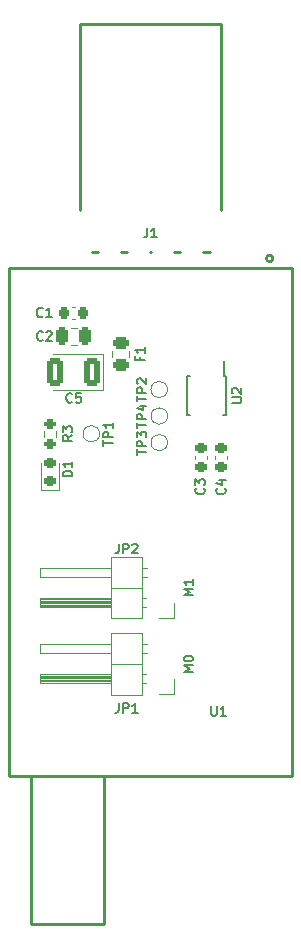
<source format=gto>
%TF.GenerationSoftware,KiCad,Pcbnew,7.0.10*%
%TF.CreationDate,2024-03-08T01:09:18+05:30*%
%TF.ProjectId,ADAPTER PCB,41444150-5445-4522-9050-43422e6b6963,rev?*%
%TF.SameCoordinates,Original*%
%TF.FileFunction,Legend,Top*%
%TF.FilePolarity,Positive*%
%FSLAX46Y46*%
G04 Gerber Fmt 4.6, Leading zero omitted, Abs format (unit mm)*
G04 Created by KiCad (PCBNEW 7.0.10) date 2024-03-08 01:09:18*
%MOMM*%
%LPD*%
G01*
G04 APERTURE LIST*
G04 Aperture macros list*
%AMRoundRect*
0 Rectangle with rounded corners*
0 $1 Rounding radius*
0 $2 $3 $4 $5 $6 $7 $8 $9 X,Y pos of 4 corners*
0 Add a 4 corners polygon primitive as box body*
4,1,4,$2,$3,$4,$5,$6,$7,$8,$9,$2,$3,0*
0 Add four circle primitives for the rounded corners*
1,1,$1+$1,$2,$3*
1,1,$1+$1,$4,$5*
1,1,$1+$1,$6,$7*
1,1,$1+$1,$8,$9*
0 Add four rect primitives between the rounded corners*
20,1,$1+$1,$2,$3,$4,$5,0*
20,1,$1+$1,$4,$5,$6,$7,0*
20,1,$1+$1,$6,$7,$8,$9,0*
20,1,$1+$1,$8,$9,$2,$3,0*%
G04 Aperture macros list end*
%ADD10C,0.150000*%
%ADD11C,0.120000*%
%ADD12C,0.254000*%
%ADD13C,1.000000*%
%ADD14O,1.500000X2.000000*%
%ADD15R,1.500000X2.000000*%
%ADD16C,1.100000*%
%ADD17C,1.600000*%
%ADD18O,2.000000X3.300000*%
%ADD19R,0.300000X1.400000*%
%ADD20RoundRect,0.200000X-0.275000X0.200000X-0.275000X-0.200000X0.275000X-0.200000X0.275000X0.200000X0*%
%ADD21R,1.700000X1.700000*%
%ADD22O,1.700000X1.700000*%
%ADD23RoundRect,0.243750X-0.456250X0.243750X-0.456250X-0.243750X0.456250X-0.243750X0.456250X0.243750X0*%
%ADD24RoundRect,0.218750X0.256250X-0.218750X0.256250X0.218750X-0.256250X0.218750X-0.256250X-0.218750X0*%
%ADD25RoundRect,0.250000X0.412500X0.925000X-0.412500X0.925000X-0.412500X-0.925000X0.412500X-0.925000X0*%
%ADD26RoundRect,0.225000X-0.250000X0.225000X-0.250000X-0.225000X0.250000X-0.225000X0.250000X0.225000X0*%
%ADD27RoundRect,0.250000X0.250000X0.475000X-0.250000X0.475000X-0.250000X-0.475000X0.250000X-0.475000X0*%
%ADD28RoundRect,0.225000X0.225000X0.250000X-0.225000X0.250000X-0.225000X-0.250000X0.225000X-0.250000X0*%
G04 APERTURE END LIST*
D10*
X123864295Y-95259523D02*
X123864295Y-94802380D01*
X124664295Y-95030952D02*
X123864295Y-95030952D01*
X124664295Y-94535713D02*
X123864295Y-94535713D01*
X123864295Y-94535713D02*
X123864295Y-94230951D01*
X123864295Y-94230951D02*
X123902390Y-94154761D01*
X123902390Y-94154761D02*
X123940485Y-94116666D01*
X123940485Y-94116666D02*
X124016676Y-94078570D01*
X124016676Y-94078570D02*
X124130961Y-94078570D01*
X124130961Y-94078570D02*
X124207152Y-94116666D01*
X124207152Y-94116666D02*
X124245247Y-94154761D01*
X124245247Y-94154761D02*
X124283342Y-94230951D01*
X124283342Y-94230951D02*
X124283342Y-94535713D01*
X124130961Y-93392856D02*
X124664295Y-93392856D01*
X123826200Y-93583332D02*
X124397628Y-93773809D01*
X124397628Y-93773809D02*
X124397628Y-93278570D01*
X123864295Y-97509523D02*
X123864295Y-97052380D01*
X124664295Y-97280952D02*
X123864295Y-97280952D01*
X124664295Y-96785713D02*
X123864295Y-96785713D01*
X123864295Y-96785713D02*
X123864295Y-96480951D01*
X123864295Y-96480951D02*
X123902390Y-96404761D01*
X123902390Y-96404761D02*
X123940485Y-96366666D01*
X123940485Y-96366666D02*
X124016676Y-96328570D01*
X124016676Y-96328570D02*
X124130961Y-96328570D01*
X124130961Y-96328570D02*
X124207152Y-96366666D01*
X124207152Y-96366666D02*
X124245247Y-96404761D01*
X124245247Y-96404761D02*
X124283342Y-96480951D01*
X124283342Y-96480951D02*
X124283342Y-96785713D01*
X123864295Y-96061904D02*
X123864295Y-95566666D01*
X123864295Y-95566666D02*
X124169057Y-95833332D01*
X124169057Y-95833332D02*
X124169057Y-95719047D01*
X124169057Y-95719047D02*
X124207152Y-95642856D01*
X124207152Y-95642856D02*
X124245247Y-95604761D01*
X124245247Y-95604761D02*
X124321438Y-95566666D01*
X124321438Y-95566666D02*
X124511914Y-95566666D01*
X124511914Y-95566666D02*
X124588104Y-95604761D01*
X124588104Y-95604761D02*
X124626200Y-95642856D01*
X124626200Y-95642856D02*
X124664295Y-95719047D01*
X124664295Y-95719047D02*
X124664295Y-95947618D01*
X124664295Y-95947618D02*
X124626200Y-96023809D01*
X124626200Y-96023809D02*
X124588104Y-96061904D01*
X123864295Y-93009523D02*
X123864295Y-92552380D01*
X124664295Y-92780952D02*
X123864295Y-92780952D01*
X124664295Y-92285713D02*
X123864295Y-92285713D01*
X123864295Y-92285713D02*
X123864295Y-91980951D01*
X123864295Y-91980951D02*
X123902390Y-91904761D01*
X123902390Y-91904761D02*
X123940485Y-91866666D01*
X123940485Y-91866666D02*
X124016676Y-91828570D01*
X124016676Y-91828570D02*
X124130961Y-91828570D01*
X124130961Y-91828570D02*
X124207152Y-91866666D01*
X124207152Y-91866666D02*
X124245247Y-91904761D01*
X124245247Y-91904761D02*
X124283342Y-91980951D01*
X124283342Y-91980951D02*
X124283342Y-92285713D01*
X123940485Y-91523809D02*
X123902390Y-91485713D01*
X123902390Y-91485713D02*
X123864295Y-91409523D01*
X123864295Y-91409523D02*
X123864295Y-91219047D01*
X123864295Y-91219047D02*
X123902390Y-91142856D01*
X123902390Y-91142856D02*
X123940485Y-91104761D01*
X123940485Y-91104761D02*
X124016676Y-91066666D01*
X124016676Y-91066666D02*
X124092866Y-91066666D01*
X124092866Y-91066666D02*
X124207152Y-91104761D01*
X124207152Y-91104761D02*
X124664295Y-91561904D01*
X124664295Y-91561904D02*
X124664295Y-91066666D01*
X130140476Y-118812295D02*
X130140476Y-119459914D01*
X130140476Y-119459914D02*
X130178571Y-119536104D01*
X130178571Y-119536104D02*
X130216666Y-119574200D01*
X130216666Y-119574200D02*
X130292857Y-119612295D01*
X130292857Y-119612295D02*
X130445238Y-119612295D01*
X130445238Y-119612295D02*
X130521428Y-119574200D01*
X130521428Y-119574200D02*
X130559523Y-119536104D01*
X130559523Y-119536104D02*
X130597619Y-119459914D01*
X130597619Y-119459914D02*
X130597619Y-118812295D01*
X131397618Y-119612295D02*
X130940475Y-119612295D01*
X131169047Y-119612295D02*
X131169047Y-118812295D01*
X131169047Y-118812295D02*
X131092856Y-118926580D01*
X131092856Y-118926580D02*
X131016666Y-119002771D01*
X131016666Y-119002771D02*
X130940475Y-119040866D01*
X124733333Y-78312295D02*
X124733333Y-78883723D01*
X124733333Y-78883723D02*
X124695238Y-78998009D01*
X124695238Y-78998009D02*
X124619047Y-79074200D01*
X124619047Y-79074200D02*
X124504762Y-79112295D01*
X124504762Y-79112295D02*
X124428571Y-79112295D01*
X125533333Y-79112295D02*
X125076190Y-79112295D01*
X125304762Y-79112295D02*
X125304762Y-78312295D01*
X125304762Y-78312295D02*
X125228571Y-78426580D01*
X125228571Y-78426580D02*
X125152381Y-78502771D01*
X125152381Y-78502771D02*
X125076190Y-78540866D01*
X131912295Y-93109523D02*
X132559914Y-93109523D01*
X132559914Y-93109523D02*
X132636104Y-93071428D01*
X132636104Y-93071428D02*
X132674200Y-93033333D01*
X132674200Y-93033333D02*
X132712295Y-92957142D01*
X132712295Y-92957142D02*
X132712295Y-92804761D01*
X132712295Y-92804761D02*
X132674200Y-92728571D01*
X132674200Y-92728571D02*
X132636104Y-92690476D01*
X132636104Y-92690476D02*
X132559914Y-92652380D01*
X132559914Y-92652380D02*
X131912295Y-92652380D01*
X131988485Y-92309524D02*
X131950390Y-92271428D01*
X131950390Y-92271428D02*
X131912295Y-92195238D01*
X131912295Y-92195238D02*
X131912295Y-92004762D01*
X131912295Y-92004762D02*
X131950390Y-91928571D01*
X131950390Y-91928571D02*
X131988485Y-91890476D01*
X131988485Y-91890476D02*
X132064676Y-91852381D01*
X132064676Y-91852381D02*
X132140866Y-91852381D01*
X132140866Y-91852381D02*
X132255152Y-91890476D01*
X132255152Y-91890476D02*
X132712295Y-92347619D01*
X132712295Y-92347619D02*
X132712295Y-91852381D01*
X121010295Y-96759523D02*
X121010295Y-96302380D01*
X121810295Y-96530952D02*
X121010295Y-96530952D01*
X121810295Y-96035713D02*
X121010295Y-96035713D01*
X121010295Y-96035713D02*
X121010295Y-95730951D01*
X121010295Y-95730951D02*
X121048390Y-95654761D01*
X121048390Y-95654761D02*
X121086485Y-95616666D01*
X121086485Y-95616666D02*
X121162676Y-95578570D01*
X121162676Y-95578570D02*
X121276961Y-95578570D01*
X121276961Y-95578570D02*
X121353152Y-95616666D01*
X121353152Y-95616666D02*
X121391247Y-95654761D01*
X121391247Y-95654761D02*
X121429342Y-95730951D01*
X121429342Y-95730951D02*
X121429342Y-96035713D01*
X121810295Y-94816666D02*
X121810295Y-95273809D01*
X121810295Y-95045237D02*
X121010295Y-95045237D01*
X121010295Y-95045237D02*
X121124580Y-95121428D01*
X121124580Y-95121428D02*
X121200771Y-95197618D01*
X121200771Y-95197618D02*
X121238866Y-95273809D01*
X118362295Y-95883332D02*
X117981342Y-96149999D01*
X118362295Y-96340475D02*
X117562295Y-96340475D01*
X117562295Y-96340475D02*
X117562295Y-96035713D01*
X117562295Y-96035713D02*
X117600390Y-95959523D01*
X117600390Y-95959523D02*
X117638485Y-95921428D01*
X117638485Y-95921428D02*
X117714676Y-95883332D01*
X117714676Y-95883332D02*
X117828961Y-95883332D01*
X117828961Y-95883332D02*
X117905152Y-95921428D01*
X117905152Y-95921428D02*
X117943247Y-95959523D01*
X117943247Y-95959523D02*
X117981342Y-96035713D01*
X117981342Y-96035713D02*
X117981342Y-96340475D01*
X117562295Y-95616666D02*
X117562295Y-95121428D01*
X117562295Y-95121428D02*
X117867057Y-95388094D01*
X117867057Y-95388094D02*
X117867057Y-95273809D01*
X117867057Y-95273809D02*
X117905152Y-95197618D01*
X117905152Y-95197618D02*
X117943247Y-95159523D01*
X117943247Y-95159523D02*
X118019438Y-95121428D01*
X118019438Y-95121428D02*
X118209914Y-95121428D01*
X118209914Y-95121428D02*
X118286104Y-95159523D01*
X118286104Y-95159523D02*
X118324200Y-95197618D01*
X118324200Y-95197618D02*
X118362295Y-95273809D01*
X118362295Y-95273809D02*
X118362295Y-95502380D01*
X118362295Y-95502380D02*
X118324200Y-95578571D01*
X118324200Y-95578571D02*
X118286104Y-95616666D01*
X122333333Y-105062295D02*
X122333333Y-105633723D01*
X122333333Y-105633723D02*
X122295238Y-105748009D01*
X122295238Y-105748009D02*
X122219047Y-105824200D01*
X122219047Y-105824200D02*
X122104762Y-105862295D01*
X122104762Y-105862295D02*
X122028571Y-105862295D01*
X122714286Y-105862295D02*
X122714286Y-105062295D01*
X122714286Y-105062295D02*
X123019048Y-105062295D01*
X123019048Y-105062295D02*
X123095238Y-105100390D01*
X123095238Y-105100390D02*
X123133333Y-105138485D01*
X123133333Y-105138485D02*
X123171429Y-105214676D01*
X123171429Y-105214676D02*
X123171429Y-105328961D01*
X123171429Y-105328961D02*
X123133333Y-105405152D01*
X123133333Y-105405152D02*
X123095238Y-105443247D01*
X123095238Y-105443247D02*
X123019048Y-105481342D01*
X123019048Y-105481342D02*
X122714286Y-105481342D01*
X123476190Y-105138485D02*
X123514286Y-105100390D01*
X123514286Y-105100390D02*
X123590476Y-105062295D01*
X123590476Y-105062295D02*
X123780952Y-105062295D01*
X123780952Y-105062295D02*
X123857143Y-105100390D01*
X123857143Y-105100390D02*
X123895238Y-105138485D01*
X123895238Y-105138485D02*
X123933333Y-105214676D01*
X123933333Y-105214676D02*
X123933333Y-105290866D01*
X123933333Y-105290866D02*
X123895238Y-105405152D01*
X123895238Y-105405152D02*
X123438095Y-105862295D01*
X123438095Y-105862295D02*
X123933333Y-105862295D01*
X128612295Y-109397618D02*
X127812295Y-109397618D01*
X127812295Y-109397618D02*
X128383723Y-109130952D01*
X128383723Y-109130952D02*
X127812295Y-108864285D01*
X127812295Y-108864285D02*
X128612295Y-108864285D01*
X128612295Y-108064285D02*
X128612295Y-108521428D01*
X128612295Y-108292856D02*
X127812295Y-108292856D01*
X127812295Y-108292856D02*
X127926580Y-108369047D01*
X127926580Y-108369047D02*
X128002771Y-108445237D01*
X128002771Y-108445237D02*
X128040866Y-108521428D01*
X122333333Y-118562295D02*
X122333333Y-119133723D01*
X122333333Y-119133723D02*
X122295238Y-119248009D01*
X122295238Y-119248009D02*
X122219047Y-119324200D01*
X122219047Y-119324200D02*
X122104762Y-119362295D01*
X122104762Y-119362295D02*
X122028571Y-119362295D01*
X122714286Y-119362295D02*
X122714286Y-118562295D01*
X122714286Y-118562295D02*
X123019048Y-118562295D01*
X123019048Y-118562295D02*
X123095238Y-118600390D01*
X123095238Y-118600390D02*
X123133333Y-118638485D01*
X123133333Y-118638485D02*
X123171429Y-118714676D01*
X123171429Y-118714676D02*
X123171429Y-118828961D01*
X123171429Y-118828961D02*
X123133333Y-118905152D01*
X123133333Y-118905152D02*
X123095238Y-118943247D01*
X123095238Y-118943247D02*
X123019048Y-118981342D01*
X123019048Y-118981342D02*
X122714286Y-118981342D01*
X123933333Y-119362295D02*
X123476190Y-119362295D01*
X123704762Y-119362295D02*
X123704762Y-118562295D01*
X123704762Y-118562295D02*
X123628571Y-118676580D01*
X123628571Y-118676580D02*
X123552381Y-118752771D01*
X123552381Y-118752771D02*
X123476190Y-118790866D01*
X128612295Y-115897618D02*
X127812295Y-115897618D01*
X127812295Y-115897618D02*
X128383723Y-115630952D01*
X128383723Y-115630952D02*
X127812295Y-115364285D01*
X127812295Y-115364285D02*
X128612295Y-115364285D01*
X127812295Y-114830951D02*
X127812295Y-114754761D01*
X127812295Y-114754761D02*
X127850390Y-114678570D01*
X127850390Y-114678570D02*
X127888485Y-114640475D01*
X127888485Y-114640475D02*
X127964676Y-114602380D01*
X127964676Y-114602380D02*
X128117057Y-114564285D01*
X128117057Y-114564285D02*
X128307533Y-114564285D01*
X128307533Y-114564285D02*
X128459914Y-114602380D01*
X128459914Y-114602380D02*
X128536104Y-114640475D01*
X128536104Y-114640475D02*
X128574200Y-114678570D01*
X128574200Y-114678570D02*
X128612295Y-114754761D01*
X128612295Y-114754761D02*
X128612295Y-114830951D01*
X128612295Y-114830951D02*
X128574200Y-114907142D01*
X128574200Y-114907142D02*
X128536104Y-114945237D01*
X128536104Y-114945237D02*
X128459914Y-114983332D01*
X128459914Y-114983332D02*
X128307533Y-115021428D01*
X128307533Y-115021428D02*
X128117057Y-115021428D01*
X128117057Y-115021428D02*
X127964676Y-114983332D01*
X127964676Y-114983332D02*
X127888485Y-114945237D01*
X127888485Y-114945237D02*
X127850390Y-114907142D01*
X127850390Y-114907142D02*
X127812295Y-114830951D01*
X124093247Y-89266666D02*
X124093247Y-89533332D01*
X124512295Y-89533332D02*
X123712295Y-89533332D01*
X123712295Y-89533332D02*
X123712295Y-89152380D01*
X124512295Y-88428571D02*
X124512295Y-88885714D01*
X124512295Y-88657142D02*
X123712295Y-88657142D01*
X123712295Y-88657142D02*
X123826580Y-88733333D01*
X123826580Y-88733333D02*
X123902771Y-88809523D01*
X123902771Y-88809523D02*
X123940866Y-88885714D01*
X118362295Y-99340475D02*
X117562295Y-99340475D01*
X117562295Y-99340475D02*
X117562295Y-99149999D01*
X117562295Y-99149999D02*
X117600390Y-99035713D01*
X117600390Y-99035713D02*
X117676580Y-98959523D01*
X117676580Y-98959523D02*
X117752771Y-98921428D01*
X117752771Y-98921428D02*
X117905152Y-98883332D01*
X117905152Y-98883332D02*
X118019438Y-98883332D01*
X118019438Y-98883332D02*
X118171819Y-98921428D01*
X118171819Y-98921428D02*
X118248009Y-98959523D01*
X118248009Y-98959523D02*
X118324200Y-99035713D01*
X118324200Y-99035713D02*
X118362295Y-99149999D01*
X118362295Y-99149999D02*
X118362295Y-99340475D01*
X118362295Y-98121428D02*
X118362295Y-98578571D01*
X118362295Y-98349999D02*
X117562295Y-98349999D01*
X117562295Y-98349999D02*
X117676580Y-98426190D01*
X117676580Y-98426190D02*
X117752771Y-98502380D01*
X117752771Y-98502380D02*
X117790866Y-98578571D01*
X118366667Y-93036104D02*
X118328571Y-93074200D01*
X118328571Y-93074200D02*
X118214286Y-93112295D01*
X118214286Y-93112295D02*
X118138095Y-93112295D01*
X118138095Y-93112295D02*
X118023809Y-93074200D01*
X118023809Y-93074200D02*
X117947619Y-92998009D01*
X117947619Y-92998009D02*
X117909524Y-92921819D01*
X117909524Y-92921819D02*
X117871428Y-92769438D01*
X117871428Y-92769438D02*
X117871428Y-92655152D01*
X117871428Y-92655152D02*
X117909524Y-92502771D01*
X117909524Y-92502771D02*
X117947619Y-92426580D01*
X117947619Y-92426580D02*
X118023809Y-92350390D01*
X118023809Y-92350390D02*
X118138095Y-92312295D01*
X118138095Y-92312295D02*
X118214286Y-92312295D01*
X118214286Y-92312295D02*
X118328571Y-92350390D01*
X118328571Y-92350390D02*
X118366667Y-92388485D01*
X119090476Y-92312295D02*
X118709524Y-92312295D01*
X118709524Y-92312295D02*
X118671428Y-92693247D01*
X118671428Y-92693247D02*
X118709524Y-92655152D01*
X118709524Y-92655152D02*
X118785714Y-92617057D01*
X118785714Y-92617057D02*
X118976190Y-92617057D01*
X118976190Y-92617057D02*
X119052381Y-92655152D01*
X119052381Y-92655152D02*
X119090476Y-92693247D01*
X119090476Y-92693247D02*
X119128571Y-92769438D01*
X119128571Y-92769438D02*
X119128571Y-92959914D01*
X119128571Y-92959914D02*
X119090476Y-93036104D01*
X119090476Y-93036104D02*
X119052381Y-93074200D01*
X119052381Y-93074200D02*
X118976190Y-93112295D01*
X118976190Y-93112295D02*
X118785714Y-93112295D01*
X118785714Y-93112295D02*
X118709524Y-93074200D01*
X118709524Y-93074200D02*
X118671428Y-93036104D01*
X131286104Y-100383332D02*
X131324200Y-100421428D01*
X131324200Y-100421428D02*
X131362295Y-100535713D01*
X131362295Y-100535713D02*
X131362295Y-100611904D01*
X131362295Y-100611904D02*
X131324200Y-100726190D01*
X131324200Y-100726190D02*
X131248009Y-100802380D01*
X131248009Y-100802380D02*
X131171819Y-100840475D01*
X131171819Y-100840475D02*
X131019438Y-100878571D01*
X131019438Y-100878571D02*
X130905152Y-100878571D01*
X130905152Y-100878571D02*
X130752771Y-100840475D01*
X130752771Y-100840475D02*
X130676580Y-100802380D01*
X130676580Y-100802380D02*
X130600390Y-100726190D01*
X130600390Y-100726190D02*
X130562295Y-100611904D01*
X130562295Y-100611904D02*
X130562295Y-100535713D01*
X130562295Y-100535713D02*
X130600390Y-100421428D01*
X130600390Y-100421428D02*
X130638485Y-100383332D01*
X130828961Y-99697618D02*
X131362295Y-99697618D01*
X130524200Y-99888094D02*
X131095628Y-100078571D01*
X131095628Y-100078571D02*
X131095628Y-99583332D01*
X129536104Y-100383332D02*
X129574200Y-100421428D01*
X129574200Y-100421428D02*
X129612295Y-100535713D01*
X129612295Y-100535713D02*
X129612295Y-100611904D01*
X129612295Y-100611904D02*
X129574200Y-100726190D01*
X129574200Y-100726190D02*
X129498009Y-100802380D01*
X129498009Y-100802380D02*
X129421819Y-100840475D01*
X129421819Y-100840475D02*
X129269438Y-100878571D01*
X129269438Y-100878571D02*
X129155152Y-100878571D01*
X129155152Y-100878571D02*
X129002771Y-100840475D01*
X129002771Y-100840475D02*
X128926580Y-100802380D01*
X128926580Y-100802380D02*
X128850390Y-100726190D01*
X128850390Y-100726190D02*
X128812295Y-100611904D01*
X128812295Y-100611904D02*
X128812295Y-100535713D01*
X128812295Y-100535713D02*
X128850390Y-100421428D01*
X128850390Y-100421428D02*
X128888485Y-100383332D01*
X128812295Y-100116666D02*
X128812295Y-99621428D01*
X128812295Y-99621428D02*
X129117057Y-99888094D01*
X129117057Y-99888094D02*
X129117057Y-99773809D01*
X129117057Y-99773809D02*
X129155152Y-99697618D01*
X129155152Y-99697618D02*
X129193247Y-99659523D01*
X129193247Y-99659523D02*
X129269438Y-99621428D01*
X129269438Y-99621428D02*
X129459914Y-99621428D01*
X129459914Y-99621428D02*
X129536104Y-99659523D01*
X129536104Y-99659523D02*
X129574200Y-99697618D01*
X129574200Y-99697618D02*
X129612295Y-99773809D01*
X129612295Y-99773809D02*
X129612295Y-100002380D01*
X129612295Y-100002380D02*
X129574200Y-100078571D01*
X129574200Y-100078571D02*
X129536104Y-100116666D01*
X115866667Y-87786104D02*
X115828571Y-87824200D01*
X115828571Y-87824200D02*
X115714286Y-87862295D01*
X115714286Y-87862295D02*
X115638095Y-87862295D01*
X115638095Y-87862295D02*
X115523809Y-87824200D01*
X115523809Y-87824200D02*
X115447619Y-87748009D01*
X115447619Y-87748009D02*
X115409524Y-87671819D01*
X115409524Y-87671819D02*
X115371428Y-87519438D01*
X115371428Y-87519438D02*
X115371428Y-87405152D01*
X115371428Y-87405152D02*
X115409524Y-87252771D01*
X115409524Y-87252771D02*
X115447619Y-87176580D01*
X115447619Y-87176580D02*
X115523809Y-87100390D01*
X115523809Y-87100390D02*
X115638095Y-87062295D01*
X115638095Y-87062295D02*
X115714286Y-87062295D01*
X115714286Y-87062295D02*
X115828571Y-87100390D01*
X115828571Y-87100390D02*
X115866667Y-87138485D01*
X116171428Y-87138485D02*
X116209524Y-87100390D01*
X116209524Y-87100390D02*
X116285714Y-87062295D01*
X116285714Y-87062295D02*
X116476190Y-87062295D01*
X116476190Y-87062295D02*
X116552381Y-87100390D01*
X116552381Y-87100390D02*
X116590476Y-87138485D01*
X116590476Y-87138485D02*
X116628571Y-87214676D01*
X116628571Y-87214676D02*
X116628571Y-87290866D01*
X116628571Y-87290866D02*
X116590476Y-87405152D01*
X116590476Y-87405152D02*
X116133333Y-87862295D01*
X116133333Y-87862295D02*
X116628571Y-87862295D01*
X115866667Y-85786104D02*
X115828571Y-85824200D01*
X115828571Y-85824200D02*
X115714286Y-85862295D01*
X115714286Y-85862295D02*
X115638095Y-85862295D01*
X115638095Y-85862295D02*
X115523809Y-85824200D01*
X115523809Y-85824200D02*
X115447619Y-85748009D01*
X115447619Y-85748009D02*
X115409524Y-85671819D01*
X115409524Y-85671819D02*
X115371428Y-85519438D01*
X115371428Y-85519438D02*
X115371428Y-85405152D01*
X115371428Y-85405152D02*
X115409524Y-85252771D01*
X115409524Y-85252771D02*
X115447619Y-85176580D01*
X115447619Y-85176580D02*
X115523809Y-85100390D01*
X115523809Y-85100390D02*
X115638095Y-85062295D01*
X115638095Y-85062295D02*
X115714286Y-85062295D01*
X115714286Y-85062295D02*
X115828571Y-85100390D01*
X115828571Y-85100390D02*
X115866667Y-85138485D01*
X116628571Y-85862295D02*
X116171428Y-85862295D01*
X116400000Y-85862295D02*
X116400000Y-85062295D01*
X116400000Y-85062295D02*
X116323809Y-85176580D01*
X116323809Y-85176580D02*
X116247619Y-85252771D01*
X116247619Y-85252771D02*
X116171428Y-85290866D01*
D11*
%TO.C,TP4*%
X126450000Y-94250000D02*
G75*
G03*
X125050000Y-94250000I-700000J0D01*
G01*
X125050000Y-94250000D02*
G75*
G03*
X126450000Y-94250000I700000J0D01*
G01*
%TO.C,TP3*%
X126450000Y-96500000D02*
G75*
G03*
X125050000Y-96500000I-700000J0D01*
G01*
X125050000Y-96500000D02*
G75*
G03*
X126450000Y-96500000I700000J0D01*
G01*
%TO.C,TP2*%
X126450000Y-92000000D02*
G75*
G03*
X125050000Y-92000000I-700000J0D01*
G01*
X125050000Y-92000000D02*
G75*
G03*
X126450000Y-92000000I700000J0D01*
G01*
D12*
%TO.C,U1*%
X113000000Y-81750000D02*
X137000000Y-81750000D01*
X113000000Y-124750000D02*
X113000000Y-81750000D01*
X114900000Y-124750000D02*
X113000000Y-124750000D01*
X114900000Y-137250000D02*
X114900000Y-124750000D01*
X121100000Y-124750000D02*
X114900000Y-124750000D01*
X121100000Y-124750000D02*
X121100000Y-137250000D01*
X121100000Y-137250000D02*
X114900000Y-137250000D01*
X137000000Y-81750000D02*
X137000000Y-124750000D01*
X137000000Y-124750000D02*
X121100000Y-124750000D01*
X135373000Y-80900000D02*
G75*
G03*
X134807000Y-80900000I-283000J0D01*
G01*
X134807000Y-80900000D02*
G75*
G03*
X135373000Y-80900000I283000J0D01*
G01*
%TO.C,J1*%
X130969000Y-61081000D02*
X130969000Y-76829000D01*
X130088000Y-80401000D02*
X129470000Y-80401000D01*
X127530000Y-80401000D02*
X126970000Y-80401000D01*
X125030000Y-80401000D02*
X124970000Y-80401000D01*
X123030000Y-80401000D02*
X122470000Y-80401000D01*
X120530000Y-80401000D02*
X120055000Y-80401000D01*
X119031000Y-76829000D02*
X119031000Y-61081000D01*
X119031000Y-61081000D02*
X130969000Y-61081000D01*
D10*
%TO.C,U2*%
X131425000Y-94175000D02*
X131125000Y-94175000D01*
X128075000Y-90825000D02*
X128375000Y-90825000D01*
X128075000Y-90825000D02*
X128075000Y-94175000D01*
X128075000Y-94175000D02*
X128375000Y-94175000D01*
X131200000Y-90825000D02*
X131200000Y-89600000D01*
X131425000Y-90825000D02*
X131425000Y-94175000D01*
X131425000Y-90825000D02*
X131200000Y-90825000D01*
D11*
%TO.C,TP1*%
X120700000Y-95750000D02*
G75*
G03*
X119300000Y-95750000I-700000J0D01*
G01*
X119300000Y-95750000D02*
G75*
G03*
X120700000Y-95750000I700000J0D01*
G01*
%TO.C,R3*%
X115977500Y-95512742D02*
X115977500Y-95987258D01*
X117022500Y-95512742D02*
X117022500Y-95987258D01*
%TO.C,JP2*%
X121650000Y-109880000D02*
X115650000Y-109880000D01*
X115650000Y-107120000D02*
X121650000Y-107120000D01*
X127020000Y-111310000D02*
X125750000Y-111310000D01*
X121650000Y-110120000D02*
X115650000Y-110120000D01*
X121650000Y-110420000D02*
X115650000Y-110420000D01*
X115650000Y-109660000D02*
X121650000Y-109660000D01*
X121650000Y-111370000D02*
X124310000Y-111370000D01*
X124310000Y-111370000D02*
X124310000Y-106170000D01*
X121650000Y-110240000D02*
X115650000Y-110240000D01*
X115650000Y-110420000D02*
X115650000Y-109660000D01*
X121650000Y-109760000D02*
X115650000Y-109760000D01*
X121650000Y-110360000D02*
X115650000Y-110360000D01*
X127020000Y-110040000D02*
X127020000Y-111310000D01*
X124310000Y-108770000D02*
X121650000Y-108770000D01*
X121650000Y-110000000D02*
X115650000Y-110000000D01*
X124310000Y-106170000D02*
X121650000Y-106170000D01*
X124640000Y-109660000D02*
X124310000Y-109660000D01*
X121650000Y-106170000D02*
X121650000Y-111370000D01*
X121650000Y-107880000D02*
X115650000Y-107880000D01*
X124707071Y-107120000D02*
X124310000Y-107120000D01*
X124640000Y-110420000D02*
X124310000Y-110420000D01*
X115650000Y-107880000D02*
X115650000Y-107120000D01*
X124707071Y-107880000D02*
X124310000Y-107880000D01*
%TO.C,JP1*%
X121650000Y-116340000D02*
X115650000Y-116340000D01*
X115650000Y-113580000D02*
X121650000Y-113580000D01*
X127020000Y-117770000D02*
X125750000Y-117770000D01*
X121650000Y-116580000D02*
X115650000Y-116580000D01*
X121650000Y-116880000D02*
X115650000Y-116880000D01*
X115650000Y-116120000D02*
X121650000Y-116120000D01*
X121650000Y-117830000D02*
X124310000Y-117830000D01*
X124310000Y-117830000D02*
X124310000Y-112630000D01*
X121650000Y-116700000D02*
X115650000Y-116700000D01*
X115650000Y-116880000D02*
X115650000Y-116120000D01*
X121650000Y-116220000D02*
X115650000Y-116220000D01*
X121650000Y-116820000D02*
X115650000Y-116820000D01*
X127020000Y-116500000D02*
X127020000Y-117770000D01*
X124310000Y-115230000D02*
X121650000Y-115230000D01*
X121650000Y-116460000D02*
X115650000Y-116460000D01*
X124310000Y-112630000D02*
X121650000Y-112630000D01*
X124640000Y-116120000D02*
X124310000Y-116120000D01*
X121650000Y-112630000D02*
X121650000Y-117830000D01*
X121650000Y-114340000D02*
X115650000Y-114340000D01*
X124707071Y-113580000D02*
X124310000Y-113580000D01*
X124640000Y-116880000D02*
X124310000Y-116880000D01*
X115650000Y-114340000D02*
X115650000Y-113580000D01*
X124707071Y-114340000D02*
X124310000Y-114340000D01*
%TO.C,F1*%
X123210000Y-88741422D02*
X123210000Y-89258578D01*
X121790000Y-88741422D02*
X121790000Y-89258578D01*
%TO.C,D1*%
X117235000Y-100485000D02*
X117235000Y-98200000D01*
X115765000Y-100485000D02*
X117235000Y-100485000D01*
X115765000Y-98200000D02*
X115765000Y-100485000D01*
%TO.C,C5*%
X120960000Y-92010000D02*
X120960000Y-88990000D01*
X116750000Y-92010000D02*
X120960000Y-92010000D01*
X120960000Y-88990000D02*
X116750000Y-88990000D01*
%TO.C,C4*%
X130490000Y-97609420D02*
X130490000Y-97890580D01*
X131510000Y-97609420D02*
X131510000Y-97890580D01*
%TO.C,C3*%
X128740000Y-97609420D02*
X128740000Y-97890580D01*
X129760000Y-97609420D02*
X129760000Y-97890580D01*
%TO.C,C2*%
X118761252Y-86765000D02*
X118238748Y-86765000D01*
X118761252Y-88235000D02*
X118238748Y-88235000D01*
%TO.C,C1*%
X118640580Y-84990000D02*
X118359420Y-84990000D01*
X118640580Y-86010000D02*
X118359420Y-86010000D01*
%TD*%
%LPC*%
D13*
%TO.C,TP4*%
X125750000Y-94250000D03*
%TD*%
%TO.C,TP3*%
X125750000Y-96500000D03*
%TD*%
%TO.C,TP2*%
X125750000Y-92000000D03*
%TD*%
D14*
%TO.C,U1*%
X132620000Y-83250000D03*
X130080000Y-83250000D03*
X127540000Y-83250000D03*
X125000000Y-83250000D03*
X122460000Y-83250000D03*
X119920000Y-83250000D03*
X117380000Y-83250000D03*
X125180000Y-121750000D03*
X127720000Y-121750000D03*
X130260000Y-121750000D03*
D15*
X132800000Y-121750000D03*
%TD*%
D16*
%TO.C,J1*%
X127250000Y-78750000D03*
X122750000Y-78750000D03*
D17*
X121500000Y-80750000D03*
X124000000Y-80750000D03*
X126000000Y-80750000D03*
X128500000Y-80750000D03*
D18*
X130850000Y-78750000D03*
X119150000Y-78750000D03*
%TD*%
D19*
%TO.C,U2*%
X130750000Y-90300000D03*
X130250000Y-90300000D03*
X129750000Y-90300000D03*
X129250000Y-90300000D03*
X128750000Y-90300000D03*
X128750000Y-94700000D03*
X129250000Y-94700000D03*
X129750000Y-94700000D03*
X130250000Y-94700000D03*
X130750000Y-94700000D03*
%TD*%
D13*
%TO.C,TP1*%
X120000000Y-95750000D03*
%TD*%
D20*
%TO.C,R3*%
X116500000Y-94925000D03*
X116500000Y-96575000D03*
%TD*%
D21*
%TO.C,JP2*%
X125750000Y-110040000D03*
D22*
X125750000Y-107500000D03*
%TD*%
D21*
%TO.C,JP1*%
X125750000Y-116500000D03*
D22*
X125750000Y-113960000D03*
%TD*%
D23*
%TO.C,F1*%
X122500000Y-88062500D03*
X122500000Y-89937500D03*
%TD*%
D24*
%TO.C,D1*%
X116500000Y-99787500D03*
X116500000Y-98212500D03*
%TD*%
D25*
%TO.C,C5*%
X120037500Y-90500000D03*
X116962500Y-90500000D03*
%TD*%
D26*
%TO.C,C4*%
X131000000Y-96975000D03*
X131000000Y-98525000D03*
%TD*%
%TO.C,C3*%
X129250000Y-96975000D03*
X129250000Y-98525000D03*
%TD*%
D27*
%TO.C,C2*%
X119450000Y-87500000D03*
X117550000Y-87500000D03*
%TD*%
D28*
%TO.C,C1*%
X119275000Y-85500000D03*
X117725000Y-85500000D03*
%TD*%
%LPD*%
M02*

</source>
